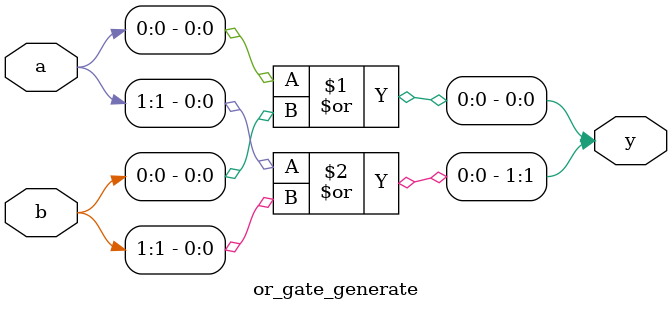
<source format=v>
 module or_gate_generate (
       input wire [1:0] a, 
       input wire [1:0] b, 
       output wire [1:0] y 
   );
       genvar i;
       generate
           for (i = 0; i < 2; i = i + 1) begin : or_gen
               assign y[i] = a[i] | b[i];
           end
       endgenerate
   endmodule
</source>
